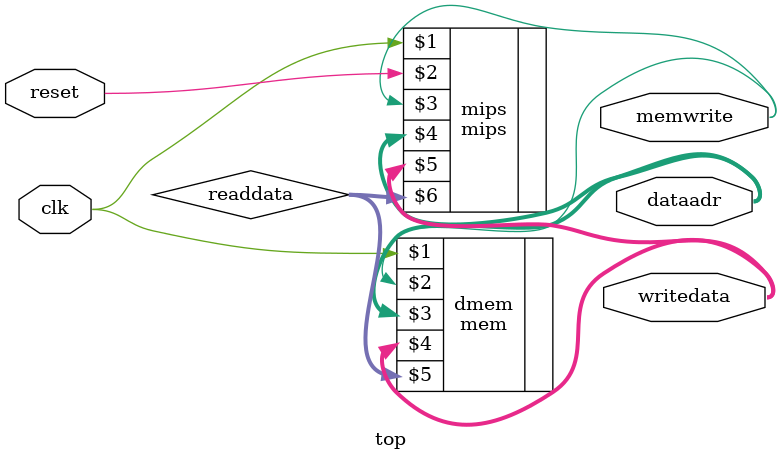
<source format=sv>
module top(input logic clk, reset,
output logic [31:0] writedata, dataadr,
output logic memwrite);
logic [31:0] pc, instr, readdata;
// instantiate processor and memories
mips mips(clk, reset,memwrite,dataadr, writedata,readdata);
mem dmem(clk, memwrite, dataadr, writedata, readdata);
endmodule

</source>
